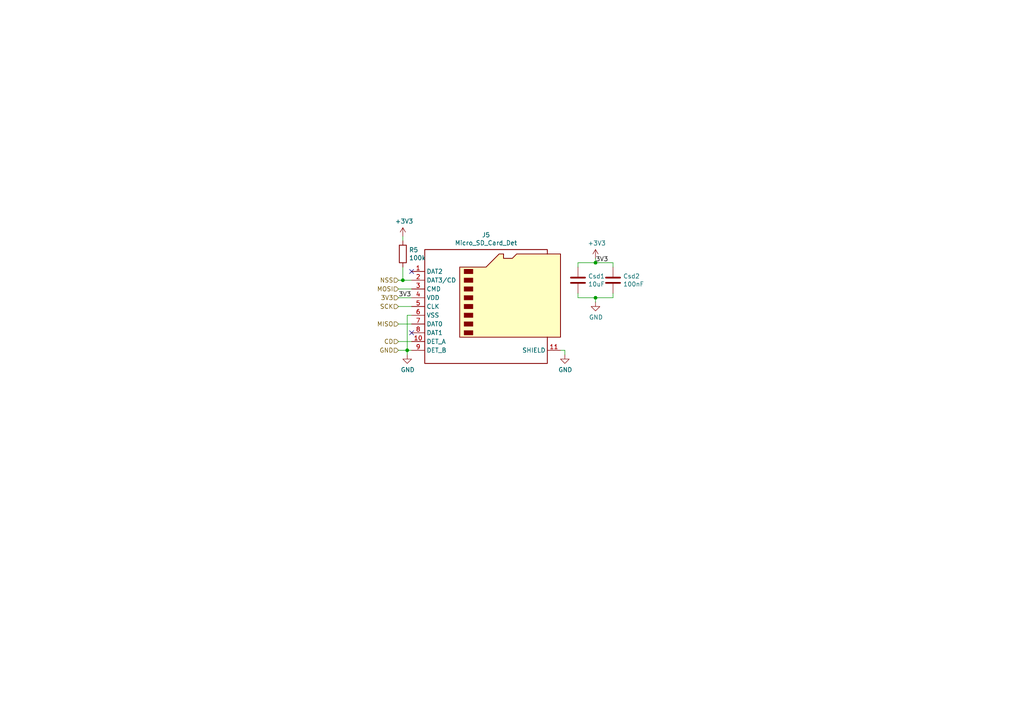
<source format=kicad_sch>
(kicad_sch (version 20200512) (host eeschema "5.99.0-unknown-57e35c9~88~ubuntu19.10.1")
  (page 7 7)
  (paper "A4")
  (lib_symbols
    (symbol "Connector:Micro_SD_Card_Det"
      (property "Reference" "J" (at -16.51 17.78 0))
      (property "Value" "Micro_SD_Card_Det" (at 16.51 17.78 0))
      (symbol "Micro_SD_Card_Det_0_1"
        (rectangle (start -7.62 -6.985) (end -5.08 -8.255) (fill (type outline)))
        (rectangle (start -7.62 -4.445) (end -5.08 -5.715) (fill (type outline)))
        (rectangle (start -7.62 -1.905) (end -5.08 -3.175) (fill (type outline)))
        (rectangle (start -7.62 0.635) (end -5.08 -0.635) (fill (type outline)))
        (rectangle (start -7.62 3.175) (end -5.08 1.905) (fill (type outline)))
        (rectangle (start -7.62 5.715) (end -5.08 4.445) (fill (type outline)))
        (rectangle (start -7.62 8.255) (end -5.08 6.985) (fill (type outline)))
        (rectangle (start -7.62 10.795) (end -5.08 9.525) (fill (type outline)))
        (polyline (pts (xy 16.51 15.24) (xy 16.51 16.51) (xy -19.05 16.51) (xy -19.05 -16.51) (xy 16.51 -16.51) (xy 16.51 -8.89)) (stroke (width 0.254)))
        (polyline (pts (xy -8.89 -8.89) (xy -8.89 11.43) (xy -1.27 11.43) (xy 2.54 15.24) (xy 3.81 15.24) (xy 3.81 13.97) (xy 6.35 13.97) (xy 7.62 15.24) (xy 20.32 15.24) (xy 20.32 -8.89) (xy -8.89 -8.89)) (stroke (width 0.254)) (fill (type background)))
      )
      (symbol "Micro_SD_Card_Det_1_1"
        (pin bidirectional line (at -22.86 10.16 0) (length 3.81) (name "DAT2") (number "1"))
        (pin passive line (at -22.86 -10.16 0) (length 3.81) (name "DET_A") (number "10"))
        (pin passive line (at 20.32 -12.7 180) (length 3.81) (name "SHIELD") (number "11"))
        (pin bidirectional line (at -22.86 7.62 0) (length 3.81) (name "DAT3/CD") (number "2"))
        (pin input line (at -22.86 5.08 0) (length 3.81) (name "CMD") (number "3"))
        (pin power_in line (at -22.86 2.54 0) (length 3.81) (name "VDD") (number "4"))
        (pin input line (at -22.86 0 0) (length 3.81) (name "CLK") (number "5"))
        (pin power_in line (at -22.86 -2.54 0) (length 3.81) (name "VSS") (number "6"))
        (pin bidirectional line (at -22.86 -5.08 0) (length 3.81) (name "DAT0") (number "7"))
        (pin bidirectional line (at -22.86 -7.62 0) (length 3.81) (name "DAT1") (number "8"))
        (pin passive line (at -22.86 -12.7 0) (length 3.81) (name "DET_B") (number "9"))
      )
    )
    (symbol "Device:C" (pin_numbers hide) (pin_names (offset 0.254))
      (property "Reference" "C" (at 0.635 2.54 0))
      (property "Value" "C" (at 0.635 -2.54 0))
      (symbol "C_0_1"
        (polyline (pts (xy -2.032 -0.762) (xy 2.032 -0.762)) (stroke (width 0.508)))
        (polyline (pts (xy -2.032 0.762) (xy 2.032 0.762)) (stroke (width 0.508)))
      )
      (symbol "C_1_1"
        (pin passive line (at 0 3.81 270) (length 2.794) (name "~") (number "1"))
        (pin passive line (at 0 -3.81 90) (length 2.794) (name "~") (number "2"))
      )
    )
    (symbol "Device:R" (pin_numbers hide) (pin_names (offset 0))
      (property "Reference" "R" (at 2.032 0 90))
      (property "Value" "R" (at 0 0 90))
      (symbol "R_0_1"
        (rectangle (start -1.016 -2.54) (end 1.016 2.54) (stroke (width 0.254)))
      )
      (symbol "R_1_1"
        (pin passive line (at 0 3.81 270) (length 1.27) (name "~") (number "1"))
        (pin passive line (at 0 -3.81 90) (length 1.27) (name "~") (number "2"))
      )
    )
    (symbol "power:+3V3" (power) (pin_names (offset 0))
      (property "Value" "+3V3" (at 0 3.556 0))
      (symbol "+3V3_0_1"
        (polyline (pts (xy -0.762 1.27) (xy 0 2.54)))
        (polyline (pts (xy 0 0) (xy 0 2.54)))
        (polyline (pts (xy 0 2.54) (xy 0.762 1.27)))
      )
      (symbol "+3V3_1_1"
        (pin power_in line (at 0 0 90) (length 0) hide (name "+3V3") (number "1"))
      )
    )
    (symbol "power:GND" (power) (pin_names (offset 0))
      (property "Value" "GND" (at 0 -3.81 0))
      (symbol "GND_0_1"
        (polyline (pts (xy 0 0) (xy 0 -1.27) (xy 1.27 -1.27) (xy 0 -2.54) (xy -1.27 -1.27) (xy 0 -1.27)))
      )
      (symbol "GND_1_1"
        (pin power_in line (at 0 0 270) (length 0) hide (name "GND") (number "1"))
      )
    )
  )
  (junction (at 116.84 81.28))
  (junction (at 118.11 101.6))
  (junction (at 172.72 76.2))
  (junction (at 172.72 86.36))
  (no_connect (at 119.38 96.52))
  (no_connect (at 119.38 78.74))
  (wire (pts (xy 115.57 81.28) (xy 116.84 81.28)))
  (wire (pts (xy 115.57 86.36) (xy 119.38 86.36)))
  (wire (pts (xy 115.57 93.98) (xy 119.38 93.98)))
  (wire (pts (xy 115.57 101.6) (xy 118.11 101.6)))
  (wire (pts (xy 116.84 69.85) (xy 116.84 68.58)))
  (wire (pts (xy 116.84 77.47) (xy 116.84 81.28)))
  (wire (pts (xy 116.84 81.28) (xy 119.38 81.28)))
  (wire (pts (xy 118.11 91.44) (xy 118.11 101.6)))
  (wire (pts (xy 118.11 101.6) (xy 119.38 101.6)))
  (wire (pts (xy 118.11 102.87) (xy 118.11 101.6)))
  (wire (pts (xy 119.38 83.82) (xy 115.57 83.82)))
  (wire (pts (xy 119.38 88.9) (xy 115.57 88.9)))
  (wire (pts (xy 119.38 91.44) (xy 118.11 91.44)))
  (wire (pts (xy 119.38 99.06) (xy 115.57 99.06)))
  (wire (pts (xy 162.56 101.6) (xy 163.83 101.6)))
  (wire (pts (xy 163.83 101.6) (xy 163.83 102.87)))
  (wire (pts (xy 167.64 76.2) (xy 172.72 76.2)))
  (wire (pts (xy 167.64 77.47) (xy 167.64 76.2)))
  (wire (pts (xy 167.64 85.09) (xy 167.64 86.36)))
  (wire (pts (xy 167.64 86.36) (xy 172.72 86.36)))
  (wire (pts (xy 172.72 76.2) (xy 172.72 74.93)))
  (wire (pts (xy 172.72 76.2) (xy 177.8 76.2)))
  (wire (pts (xy 172.72 86.36) (xy 172.72 87.63)))
  (wire (pts (xy 172.72 86.36) (xy 177.8 86.36)))
  (wire (pts (xy 177.8 76.2) (xy 177.8 77.47)))
  (wire (pts (xy 177.8 86.36) (xy 177.8 85.09)))
  (label "3V3" (at 115.57 86.36 0))
  (label "3V3" (at 172.72 76.2 0))
  (hierarchical_label "NSS" (shape input) (at 115.57 81.28 180))
  (hierarchical_label "MOSI" (shape input) (at 115.57 83.82 180))
  (hierarchical_label "3V3" (shape input) (at 115.57 86.36 180))
  (hierarchical_label "SCK" (shape input) (at 115.57 88.9 180))
  (hierarchical_label "MISO" (shape input) (at 115.57 93.98 180))
  (hierarchical_label "CD" (shape input) (at 115.57 99.06 180))
  (hierarchical_label "GND" (shape input) (at 115.57 101.6 180))
  (symbol (lib_id "power:+3V3") (at 116.84 68.58 0) (unit 1)
    (property "Reference" "#PWR0128" (effects hide))
    (property "Value" "+3V3" (at 117.221 64.1858 0))
  )
  (symbol (lib_id "power:+3V3") (at 172.72 74.93 0) (unit 1)
    (property "Reference" "#PWR0126" (effects hide))
    (property "Value" "+3V3" (at 173.101 70.5358 0))
  )
  (symbol (lib_id "power:GND") (at 118.11 102.87 0) (unit 1)
    (property "Reference" "#PWR0125" (effects hide))
    (property "Value" "GND" (at 118.237 107.2642 0))
  )
  (symbol (lib_id "power:GND") (at 163.83 102.87 0) (unit 1)
    (property "Reference" "#PWR0124" (effects hide))
    (property "Value" "GND" (at 163.957 107.2642 0))
  )
  (symbol (lib_id "power:GND") (at 172.72 87.63 0) (unit 1)
    (property "Reference" "#PWR0127" (effects hide))
    (property "Value" "GND" (at 172.847 92.0242 0))
  )
  (symbol (lib_id "Device:R") (at 116.84 73.66 0) (unit 1)
    (property "Reference" "R5" (at 118.618 72.4916 0) (effects (justify left)))
    (property "Value" "100k" (at 118.618 74.803 0) (effects (justify left)))
    (property "Footprint" "Resistor_SMD:R_0603_1608Metric_Pad1.05x0.95mm_HandSolder" (effects hide))
  )
  (symbol (lib_id "Device:C") (at 167.64 81.28 0) (unit 1)
    (property "Reference" "Csd1" (at 170.561 80.1116 0) (effects (justify left)))
    (property "Value" "10uF" (at 170.561 82.423 0) (effects (justify left)))
    (property "Footprint" "Capacitor_SMD:C_0603_1608Metric_Pad1.05x0.95mm_HandSolder" (effects hide))
  )
  (symbol (lib_id "Device:C") (at 177.8 81.28 0) (unit 1)
    (property "Reference" "Csd2" (at 180.721 80.1116 0) (effects (justify left)))
    (property "Value" "100nF" (at 180.721 82.423 0) (effects (justify left)))
    (property "Footprint" "Capacitor_SMD:C_0603_1608Metric_Pad1.05x0.95mm_HandSolder" (effects hide))
  )
  (symbol (lib_id "Connector:Micro_SD_Card_Det") (at 142.24 88.9 0) (unit 1)
    (property "Reference" "J5" (at 140.97 68.1482 0))
    (property "Value" "Micro_SD_Card_Det" (at 140.97 70.4596 0))
    (property "Footprint" "SD:GCT_MEM2061-01-188-00-A_REVA" (effects hide))
    (property "Datasheet" "https://www.hirose.com/product/en/download_file/key_name/DM3/category/Catalog/doc_file_id/49662/?file_category_id=4&item_id=195&is_series=1" (effects hide))
  )
)
</source>
